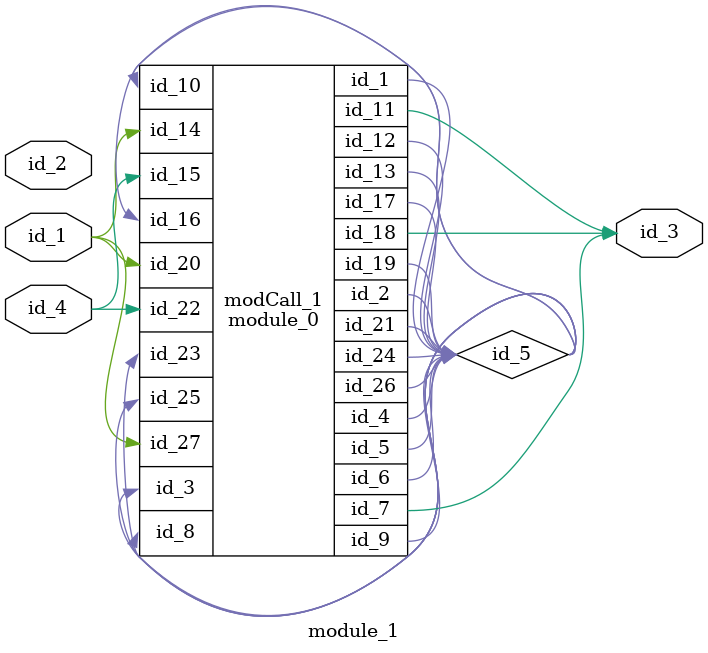
<source format=v>
module module_0 (
    id_1,
    id_2,
    id_3,
    id_4,
    id_5,
    id_6,
    id_7,
    id_8,
    id_9,
    id_10,
    id_11,
    id_12,
    id_13,
    id_14,
    id_15,
    id_16,
    id_17,
    id_18,
    id_19,
    id_20,
    id_21,
    id_22,
    id_23,
    id_24,
    id_25,
    id_26,
    id_27
);
  input wire id_27;
  inout wire id_26;
  input wire id_25;
  inout wire id_24;
  input wire id_23;
  input wire id_22;
  inout wire id_21;
  input wire id_20;
  inout wire id_19;
  output wire id_18;
  inout wire id_17;
  input wire id_16;
  input wire id_15;
  input wire id_14;
  inout wire id_13;
  output wire id_12;
  output wire id_11;
  input wire id_10;
  output wire id_9;
  input wire id_8;
  output wire id_7;
  inout wire id_6;
  inout wire id_5;
  output wire id_4;
  input wire id_3;
  inout wire id_2;
  inout wire id_1;
endmodule
module module_1 (
    id_1,
    id_2,
    id_3,
    id_4
);
  input wire id_4;
  output wire id_3;
  input wire id_2;
  input wire id_1;
  wire id_5;
  module_0 modCall_1 (
      id_5,
      id_5,
      id_5,
      id_5,
      id_5,
      id_5,
      id_3,
      id_5,
      id_5,
      id_5,
      id_3,
      id_5,
      id_5,
      id_1,
      id_4,
      id_5,
      id_5,
      id_3,
      id_5,
      id_1,
      id_5,
      id_4,
      id_5,
      id_5,
      id_5,
      id_5,
      id_1
  );
endmodule

</source>
